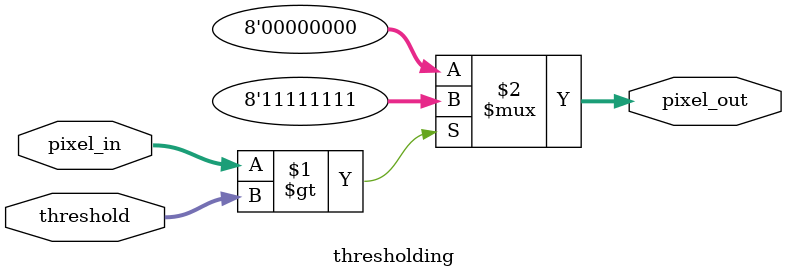
<source format=v>
module thresholding(pixel_out,pixel_in,threshold);
    input [7:0] pixel_in,threshold;
    output [7:0] pixel_out;
    assign pixel_out = (pixel_in > threshold) ? 8'd255 : 8'd0;
endmodule

</source>
